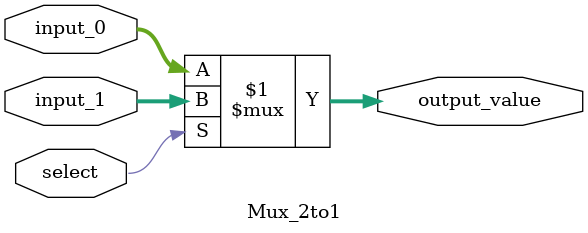
<source format=v>
module Mux_2to1 #(parameter WIDTH=4)
(
  input select,
  input [WIDTH-1:0] input_0, input_1,
  
  output [WIDTH-1:0] output_value
);

assign output_value = select ? input_1 : input_0;

endmodule

</source>
